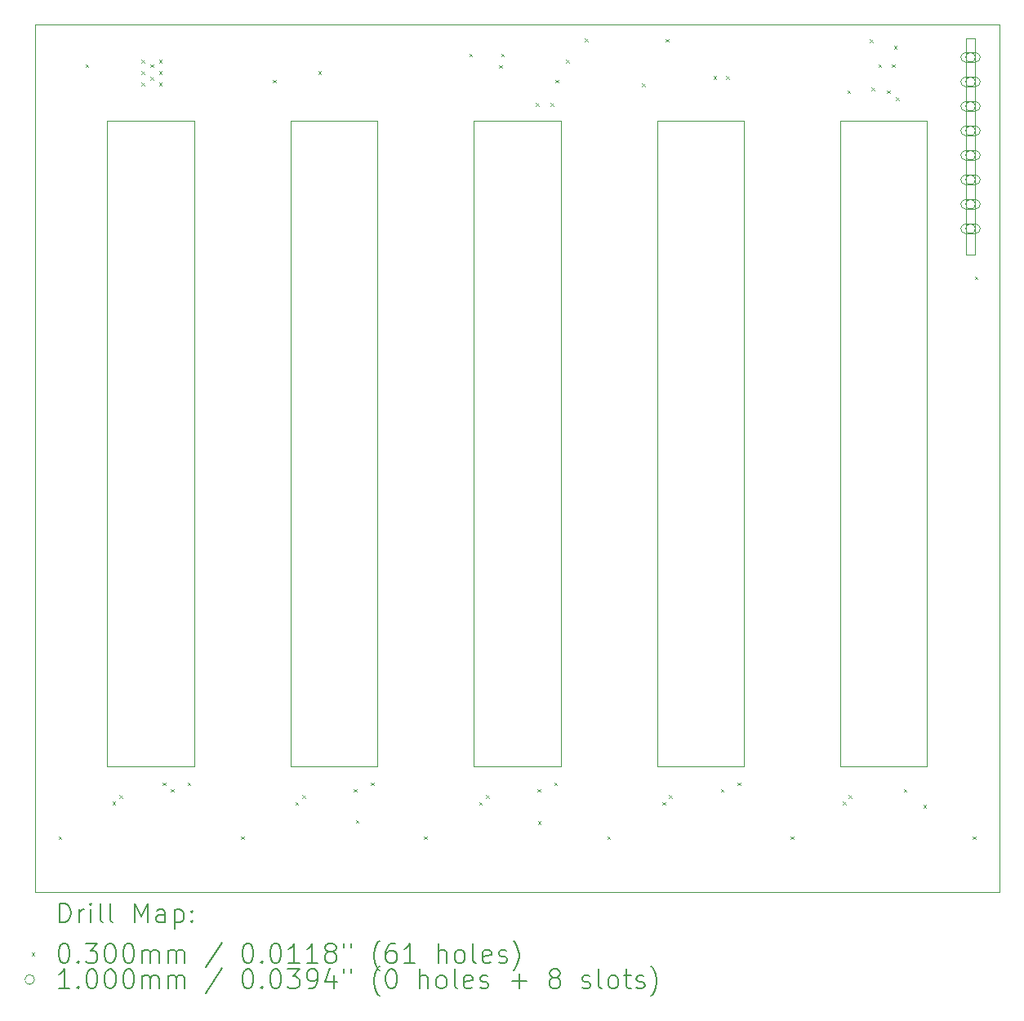
<source format=gbr>
%TF.GenerationSoftware,KiCad,Pcbnew,8.0.1*%
%TF.CreationDate,2024-03-23T17:44:24+03:00*%
%TF.ProjectId,AudMix,4175644d-6978-42e6-9b69-6361645f7063,rev?*%
%TF.SameCoordinates,Original*%
%TF.FileFunction,Drillmap*%
%TF.FilePolarity,Positive*%
%FSLAX45Y45*%
G04 Gerber Fmt 4.5, Leading zero omitted, Abs format (unit mm)*
G04 Created by KiCad (PCBNEW 8.0.1) date 2024-03-23 17:44:24*
%MOMM*%
%LPD*%
G01*
G04 APERTURE LIST*
%ADD10C,0.100000*%
%ADD11C,0.050000*%
%ADD12C,0.200000*%
G04 APERTURE END LIST*
D10*
X13350000Y-6000000D02*
X14250000Y-6000000D01*
X14250000Y-12700000D01*
X13350000Y-12700000D01*
X13350000Y-6000000D01*
X9550000Y-6000000D02*
X10450000Y-6000000D01*
X10450000Y-12700000D01*
X9550000Y-12700000D01*
X9550000Y-6000000D01*
X5750000Y-6000000D02*
X6650000Y-6000000D01*
X6650000Y-12700000D01*
X5750000Y-12700000D01*
X5750000Y-6000000D01*
X11450000Y-6000000D02*
X12350000Y-6000000D01*
X12350000Y-12700000D01*
X11450000Y-12700000D01*
X11450000Y-6000000D01*
X5000000Y-5000000D02*
X15000000Y-5000000D01*
X15000000Y-14000000D01*
X5000000Y-14000000D01*
X5000000Y-5000000D01*
X7650000Y-6000000D02*
X8550000Y-6000000D01*
X8550000Y-12700000D01*
X7650000Y-12700000D01*
X7650000Y-6000000D01*
D11*
X14750000Y-5142000D02*
X14650000Y-5142000D01*
X14650000Y-7392000D01*
X14750000Y-7392000D01*
X14750000Y-5142000D01*
D12*
D10*
X5245000Y-13425000D02*
X5275000Y-13455000D01*
X5275000Y-13425000D02*
X5245000Y-13455000D01*
X5525000Y-5415000D02*
X5555000Y-5445000D01*
X5555000Y-5415000D02*
X5525000Y-5445000D01*
X5805000Y-13065000D02*
X5835000Y-13095000D01*
X5835000Y-13065000D02*
X5805000Y-13095000D01*
X5875000Y-12996000D02*
X5905000Y-13026000D01*
X5905000Y-12996000D02*
X5875000Y-13026000D01*
X6105000Y-5365000D02*
X6135000Y-5395000D01*
X6135000Y-5365000D02*
X6105000Y-5395000D01*
X6105000Y-5485000D02*
X6135000Y-5515000D01*
X6135000Y-5485000D02*
X6105000Y-5515000D01*
X6105000Y-5605000D02*
X6135000Y-5635000D01*
X6135000Y-5605000D02*
X6105000Y-5635000D01*
X6195000Y-5415000D02*
X6225000Y-5445000D01*
X6225000Y-5415000D02*
X6195000Y-5445000D01*
X6195000Y-5545000D02*
X6225000Y-5575000D01*
X6225000Y-5545000D02*
X6195000Y-5575000D01*
X6285000Y-5365000D02*
X6315000Y-5395000D01*
X6315000Y-5365000D02*
X6285000Y-5395000D01*
X6285000Y-5485000D02*
X6315000Y-5515000D01*
X6315000Y-5485000D02*
X6285000Y-5515000D01*
X6285000Y-5605000D02*
X6315000Y-5635000D01*
X6315000Y-5605000D02*
X6285000Y-5635000D01*
X6325000Y-12865000D02*
X6355000Y-12895000D01*
X6355000Y-12865000D02*
X6325000Y-12895000D01*
X6409000Y-12932000D02*
X6439000Y-12962000D01*
X6439000Y-12932000D02*
X6409000Y-12962000D01*
X6582500Y-12863750D02*
X6612500Y-12893750D01*
X6612500Y-12863750D02*
X6582500Y-12893750D01*
X7135000Y-13425000D02*
X7165000Y-13455000D01*
X7165000Y-13425000D02*
X7135000Y-13455000D01*
X7465000Y-5575000D02*
X7495000Y-5605000D01*
X7495000Y-5575000D02*
X7465000Y-5605000D01*
X7701250Y-13066250D02*
X7731250Y-13096250D01*
X7731250Y-13066250D02*
X7701250Y-13096250D01*
X7771250Y-12997250D02*
X7801250Y-13027250D01*
X7801250Y-12997250D02*
X7771250Y-13027250D01*
X7935000Y-5485000D02*
X7965000Y-5515000D01*
X7965000Y-5485000D02*
X7935000Y-5515000D01*
X8305250Y-12933250D02*
X8335250Y-12963250D01*
X8335250Y-12933250D02*
X8305250Y-12963250D01*
X8325000Y-13255000D02*
X8355000Y-13285000D01*
X8355000Y-13255000D02*
X8325000Y-13285000D01*
X8482500Y-12865000D02*
X8512500Y-12895000D01*
X8512500Y-12865000D02*
X8482500Y-12895000D01*
X9035000Y-13425000D02*
X9065000Y-13455000D01*
X9065000Y-13425000D02*
X9035000Y-13455000D01*
X9505000Y-5305000D02*
X9535000Y-5335000D01*
X9535000Y-5305000D02*
X9505000Y-5335000D01*
X9605000Y-13066250D02*
X9635000Y-13096250D01*
X9635000Y-13066250D02*
X9605000Y-13096250D01*
X9675000Y-12997250D02*
X9705000Y-13027250D01*
X9705000Y-12997250D02*
X9675000Y-13027250D01*
X9810503Y-5420503D02*
X9840503Y-5450503D01*
X9840503Y-5420503D02*
X9810503Y-5450503D01*
X9835000Y-5305000D02*
X9865000Y-5335000D01*
X9865000Y-5305000D02*
X9835000Y-5335000D01*
X10195000Y-5815000D02*
X10225000Y-5845000D01*
X10225000Y-5815000D02*
X10195000Y-5845000D01*
X10209000Y-12933250D02*
X10239000Y-12963250D01*
X10239000Y-12933250D02*
X10209000Y-12963250D01*
X10215000Y-13265000D02*
X10245000Y-13295000D01*
X10245000Y-13265000D02*
X10215000Y-13295000D01*
X10345000Y-5815000D02*
X10375000Y-5845000D01*
X10375000Y-5815000D02*
X10345000Y-5845000D01*
X10385000Y-12865000D02*
X10415000Y-12895000D01*
X10415000Y-12865000D02*
X10385000Y-12895000D01*
X10395000Y-5575000D02*
X10425000Y-5605000D01*
X10425000Y-5575000D02*
X10395000Y-5605000D01*
X10505000Y-5365000D02*
X10535000Y-5395000D01*
X10535000Y-5365000D02*
X10505000Y-5395000D01*
X10700000Y-5145000D02*
X10730000Y-5175000D01*
X10730000Y-5145000D02*
X10700000Y-5175000D01*
X10935000Y-13425000D02*
X10965000Y-13455000D01*
X10965000Y-13425000D02*
X10935000Y-13455000D01*
X11295000Y-5615000D02*
X11325000Y-5645000D01*
X11325000Y-5615000D02*
X11295000Y-5645000D01*
X11505000Y-13066250D02*
X11535000Y-13096250D01*
X11535000Y-13066250D02*
X11505000Y-13096250D01*
X11540000Y-5150000D02*
X11570000Y-5180000D01*
X11570000Y-5150000D02*
X11540000Y-5180000D01*
X11575000Y-12997250D02*
X11605000Y-13027250D01*
X11605000Y-12997250D02*
X11575000Y-13027250D01*
X12035000Y-5535000D02*
X12065000Y-5565000D01*
X12065000Y-5535000D02*
X12035000Y-5565000D01*
X12109000Y-12933250D02*
X12139000Y-12963250D01*
X12139000Y-12933250D02*
X12109000Y-12963250D01*
X12165000Y-5535000D02*
X12195000Y-5565000D01*
X12195000Y-5535000D02*
X12165000Y-5565000D01*
X12282500Y-12865000D02*
X12312500Y-12895000D01*
X12312500Y-12865000D02*
X12282500Y-12895000D01*
X12835000Y-13425000D02*
X12865000Y-13455000D01*
X12865000Y-13425000D02*
X12835000Y-13455000D01*
X13375000Y-13065000D02*
X13405000Y-13095000D01*
X13405000Y-13065000D02*
X13375000Y-13095000D01*
X13425000Y-5685000D02*
X13455000Y-5715000D01*
X13455000Y-5685000D02*
X13425000Y-5715000D01*
X13435000Y-12997250D02*
X13465000Y-13027250D01*
X13465000Y-12997250D02*
X13435000Y-13027250D01*
X13655000Y-5155000D02*
X13685000Y-5185000D01*
X13685000Y-5155000D02*
X13655000Y-5185000D01*
X13675000Y-5655000D02*
X13705000Y-5685000D01*
X13705000Y-5655000D02*
X13675000Y-5685000D01*
X13745000Y-5415000D02*
X13775000Y-5445000D01*
X13775000Y-5415000D02*
X13745000Y-5445000D01*
X13835000Y-5685000D02*
X13865000Y-5715000D01*
X13865000Y-5685000D02*
X13835000Y-5715000D01*
X13885000Y-5415000D02*
X13915000Y-5445000D01*
X13915000Y-5415000D02*
X13885000Y-5445000D01*
X13905000Y-5225000D02*
X13935000Y-5255000D01*
X13935000Y-5225000D02*
X13905000Y-5255000D01*
X13925000Y-5755000D02*
X13955000Y-5785000D01*
X13955000Y-5755000D02*
X13925000Y-5785000D01*
X14009000Y-12932000D02*
X14039000Y-12962000D01*
X14039000Y-12932000D02*
X14009000Y-12962000D01*
X14211875Y-13098125D02*
X14241875Y-13128125D01*
X14241875Y-13098125D02*
X14211875Y-13128125D01*
X14725000Y-13425000D02*
X14755000Y-13455000D01*
X14755000Y-13425000D02*
X14725000Y-13455000D01*
X14745000Y-7615000D02*
X14775000Y-7645000D01*
X14775000Y-7615000D02*
X14745000Y-7645000D01*
X14750000Y-5342000D02*
G75*
G02*
X14650000Y-5342000I-50000J0D01*
G01*
X14650000Y-5342000D02*
G75*
G02*
X14750000Y-5342000I50000J0D01*
G01*
X14750000Y-5292000D02*
X14650000Y-5292000D01*
X14650000Y-5392000D02*
G75*
G02*
X14650000Y-5292000I0J50000D01*
G01*
X14650000Y-5392000D02*
X14750000Y-5392000D01*
X14750000Y-5392000D02*
G75*
G03*
X14750000Y-5292000I0J50000D01*
G01*
X14750000Y-5596000D02*
G75*
G02*
X14650000Y-5596000I-50000J0D01*
G01*
X14650000Y-5596000D02*
G75*
G02*
X14750000Y-5596000I50000J0D01*
G01*
X14750000Y-5546000D02*
X14650000Y-5546000D01*
X14650000Y-5646000D02*
G75*
G02*
X14650000Y-5546000I0J50000D01*
G01*
X14650000Y-5646000D02*
X14750000Y-5646000D01*
X14750000Y-5646000D02*
G75*
G03*
X14750000Y-5546000I0J50000D01*
G01*
X14750000Y-5850000D02*
G75*
G02*
X14650000Y-5850000I-50000J0D01*
G01*
X14650000Y-5850000D02*
G75*
G02*
X14750000Y-5850000I50000J0D01*
G01*
X14750000Y-5800000D02*
X14650000Y-5800000D01*
X14650000Y-5900000D02*
G75*
G02*
X14650000Y-5800000I0J50000D01*
G01*
X14650000Y-5900000D02*
X14750000Y-5900000D01*
X14750000Y-5900000D02*
G75*
G03*
X14750000Y-5800000I0J50000D01*
G01*
X14750000Y-6104000D02*
G75*
G02*
X14650000Y-6104000I-50000J0D01*
G01*
X14650000Y-6104000D02*
G75*
G02*
X14750000Y-6104000I50000J0D01*
G01*
X14750000Y-6054000D02*
X14650000Y-6054000D01*
X14650000Y-6154000D02*
G75*
G02*
X14650000Y-6054000I0J50000D01*
G01*
X14650000Y-6154000D02*
X14750000Y-6154000D01*
X14750000Y-6154000D02*
G75*
G03*
X14750000Y-6054000I0J50000D01*
G01*
X14750000Y-6358000D02*
G75*
G02*
X14650000Y-6358000I-50000J0D01*
G01*
X14650000Y-6358000D02*
G75*
G02*
X14750000Y-6358000I50000J0D01*
G01*
X14750000Y-6308000D02*
X14650000Y-6308000D01*
X14650000Y-6408000D02*
G75*
G02*
X14650000Y-6308000I0J50000D01*
G01*
X14650000Y-6408000D02*
X14750000Y-6408000D01*
X14750000Y-6408000D02*
G75*
G03*
X14750000Y-6308000I0J50000D01*
G01*
X14750000Y-6612000D02*
G75*
G02*
X14650000Y-6612000I-50000J0D01*
G01*
X14650000Y-6612000D02*
G75*
G02*
X14750000Y-6612000I50000J0D01*
G01*
X14750000Y-6562000D02*
X14650000Y-6562000D01*
X14650000Y-6662000D02*
G75*
G02*
X14650000Y-6562000I0J50000D01*
G01*
X14650000Y-6662000D02*
X14750000Y-6662000D01*
X14750000Y-6662000D02*
G75*
G03*
X14750000Y-6562000I0J50000D01*
G01*
X14750000Y-6866000D02*
G75*
G02*
X14650000Y-6866000I-50000J0D01*
G01*
X14650000Y-6866000D02*
G75*
G02*
X14750000Y-6866000I50000J0D01*
G01*
X14750000Y-6816000D02*
X14650000Y-6816000D01*
X14650000Y-6916000D02*
G75*
G02*
X14650000Y-6816000I0J50000D01*
G01*
X14650000Y-6916000D02*
X14750000Y-6916000D01*
X14750000Y-6916000D02*
G75*
G03*
X14750000Y-6816000I0J50000D01*
G01*
X14750000Y-7120000D02*
G75*
G02*
X14650000Y-7120000I-50000J0D01*
G01*
X14650000Y-7120000D02*
G75*
G02*
X14750000Y-7120000I50000J0D01*
G01*
X14750000Y-7070000D02*
X14650000Y-7070000D01*
X14650000Y-7170000D02*
G75*
G02*
X14650000Y-7070000I0J50000D01*
G01*
X14650000Y-7170000D02*
X14750000Y-7170000D01*
X14750000Y-7170000D02*
G75*
G03*
X14750000Y-7070000I0J50000D01*
G01*
D12*
X5255777Y-14316484D02*
X5255777Y-14116484D01*
X5255777Y-14116484D02*
X5303396Y-14116484D01*
X5303396Y-14116484D02*
X5331967Y-14126008D01*
X5331967Y-14126008D02*
X5351015Y-14145055D01*
X5351015Y-14145055D02*
X5360539Y-14164103D01*
X5360539Y-14164103D02*
X5370063Y-14202198D01*
X5370063Y-14202198D02*
X5370063Y-14230769D01*
X5370063Y-14230769D02*
X5360539Y-14268865D01*
X5360539Y-14268865D02*
X5351015Y-14287912D01*
X5351015Y-14287912D02*
X5331967Y-14306960D01*
X5331967Y-14306960D02*
X5303396Y-14316484D01*
X5303396Y-14316484D02*
X5255777Y-14316484D01*
X5455777Y-14316484D02*
X5455777Y-14183150D01*
X5455777Y-14221246D02*
X5465301Y-14202198D01*
X5465301Y-14202198D02*
X5474824Y-14192674D01*
X5474824Y-14192674D02*
X5493872Y-14183150D01*
X5493872Y-14183150D02*
X5512920Y-14183150D01*
X5579586Y-14316484D02*
X5579586Y-14183150D01*
X5579586Y-14116484D02*
X5570063Y-14126008D01*
X5570063Y-14126008D02*
X5579586Y-14135531D01*
X5579586Y-14135531D02*
X5589110Y-14126008D01*
X5589110Y-14126008D02*
X5579586Y-14116484D01*
X5579586Y-14116484D02*
X5579586Y-14135531D01*
X5703396Y-14316484D02*
X5684348Y-14306960D01*
X5684348Y-14306960D02*
X5674824Y-14287912D01*
X5674824Y-14287912D02*
X5674824Y-14116484D01*
X5808158Y-14316484D02*
X5789110Y-14306960D01*
X5789110Y-14306960D02*
X5779586Y-14287912D01*
X5779586Y-14287912D02*
X5779586Y-14116484D01*
X6036729Y-14316484D02*
X6036729Y-14116484D01*
X6036729Y-14116484D02*
X6103396Y-14259341D01*
X6103396Y-14259341D02*
X6170062Y-14116484D01*
X6170062Y-14116484D02*
X6170062Y-14316484D01*
X6351015Y-14316484D02*
X6351015Y-14211722D01*
X6351015Y-14211722D02*
X6341491Y-14192674D01*
X6341491Y-14192674D02*
X6322443Y-14183150D01*
X6322443Y-14183150D02*
X6284348Y-14183150D01*
X6284348Y-14183150D02*
X6265301Y-14192674D01*
X6351015Y-14306960D02*
X6331967Y-14316484D01*
X6331967Y-14316484D02*
X6284348Y-14316484D01*
X6284348Y-14316484D02*
X6265301Y-14306960D01*
X6265301Y-14306960D02*
X6255777Y-14287912D01*
X6255777Y-14287912D02*
X6255777Y-14268865D01*
X6255777Y-14268865D02*
X6265301Y-14249817D01*
X6265301Y-14249817D02*
X6284348Y-14240293D01*
X6284348Y-14240293D02*
X6331967Y-14240293D01*
X6331967Y-14240293D02*
X6351015Y-14230769D01*
X6446253Y-14183150D02*
X6446253Y-14383150D01*
X6446253Y-14192674D02*
X6465301Y-14183150D01*
X6465301Y-14183150D02*
X6503396Y-14183150D01*
X6503396Y-14183150D02*
X6522443Y-14192674D01*
X6522443Y-14192674D02*
X6531967Y-14202198D01*
X6531967Y-14202198D02*
X6541491Y-14221246D01*
X6541491Y-14221246D02*
X6541491Y-14278388D01*
X6541491Y-14278388D02*
X6531967Y-14297436D01*
X6531967Y-14297436D02*
X6522443Y-14306960D01*
X6522443Y-14306960D02*
X6503396Y-14316484D01*
X6503396Y-14316484D02*
X6465301Y-14316484D01*
X6465301Y-14316484D02*
X6446253Y-14306960D01*
X6627205Y-14297436D02*
X6636729Y-14306960D01*
X6636729Y-14306960D02*
X6627205Y-14316484D01*
X6627205Y-14316484D02*
X6617682Y-14306960D01*
X6617682Y-14306960D02*
X6627205Y-14297436D01*
X6627205Y-14297436D02*
X6627205Y-14316484D01*
X6627205Y-14192674D02*
X6636729Y-14202198D01*
X6636729Y-14202198D02*
X6627205Y-14211722D01*
X6627205Y-14211722D02*
X6617682Y-14202198D01*
X6617682Y-14202198D02*
X6627205Y-14192674D01*
X6627205Y-14192674D02*
X6627205Y-14211722D01*
D10*
X4965000Y-14630000D02*
X4995000Y-14660000D01*
X4995000Y-14630000D02*
X4965000Y-14660000D01*
D12*
X5293872Y-14536484D02*
X5312920Y-14536484D01*
X5312920Y-14536484D02*
X5331967Y-14546008D01*
X5331967Y-14546008D02*
X5341491Y-14555531D01*
X5341491Y-14555531D02*
X5351015Y-14574579D01*
X5351015Y-14574579D02*
X5360539Y-14612674D01*
X5360539Y-14612674D02*
X5360539Y-14660293D01*
X5360539Y-14660293D02*
X5351015Y-14698388D01*
X5351015Y-14698388D02*
X5341491Y-14717436D01*
X5341491Y-14717436D02*
X5331967Y-14726960D01*
X5331967Y-14726960D02*
X5312920Y-14736484D01*
X5312920Y-14736484D02*
X5293872Y-14736484D01*
X5293872Y-14736484D02*
X5274824Y-14726960D01*
X5274824Y-14726960D02*
X5265301Y-14717436D01*
X5265301Y-14717436D02*
X5255777Y-14698388D01*
X5255777Y-14698388D02*
X5246253Y-14660293D01*
X5246253Y-14660293D02*
X5246253Y-14612674D01*
X5246253Y-14612674D02*
X5255777Y-14574579D01*
X5255777Y-14574579D02*
X5265301Y-14555531D01*
X5265301Y-14555531D02*
X5274824Y-14546008D01*
X5274824Y-14546008D02*
X5293872Y-14536484D01*
X5446253Y-14717436D02*
X5455777Y-14726960D01*
X5455777Y-14726960D02*
X5446253Y-14736484D01*
X5446253Y-14736484D02*
X5436729Y-14726960D01*
X5436729Y-14726960D02*
X5446253Y-14717436D01*
X5446253Y-14717436D02*
X5446253Y-14736484D01*
X5522444Y-14536484D02*
X5646253Y-14536484D01*
X5646253Y-14536484D02*
X5579586Y-14612674D01*
X5579586Y-14612674D02*
X5608158Y-14612674D01*
X5608158Y-14612674D02*
X5627205Y-14622198D01*
X5627205Y-14622198D02*
X5636729Y-14631722D01*
X5636729Y-14631722D02*
X5646253Y-14650769D01*
X5646253Y-14650769D02*
X5646253Y-14698388D01*
X5646253Y-14698388D02*
X5636729Y-14717436D01*
X5636729Y-14717436D02*
X5627205Y-14726960D01*
X5627205Y-14726960D02*
X5608158Y-14736484D01*
X5608158Y-14736484D02*
X5551015Y-14736484D01*
X5551015Y-14736484D02*
X5531967Y-14726960D01*
X5531967Y-14726960D02*
X5522444Y-14717436D01*
X5770062Y-14536484D02*
X5789110Y-14536484D01*
X5789110Y-14536484D02*
X5808158Y-14546008D01*
X5808158Y-14546008D02*
X5817682Y-14555531D01*
X5817682Y-14555531D02*
X5827205Y-14574579D01*
X5827205Y-14574579D02*
X5836729Y-14612674D01*
X5836729Y-14612674D02*
X5836729Y-14660293D01*
X5836729Y-14660293D02*
X5827205Y-14698388D01*
X5827205Y-14698388D02*
X5817682Y-14717436D01*
X5817682Y-14717436D02*
X5808158Y-14726960D01*
X5808158Y-14726960D02*
X5789110Y-14736484D01*
X5789110Y-14736484D02*
X5770062Y-14736484D01*
X5770062Y-14736484D02*
X5751015Y-14726960D01*
X5751015Y-14726960D02*
X5741491Y-14717436D01*
X5741491Y-14717436D02*
X5731967Y-14698388D01*
X5731967Y-14698388D02*
X5722443Y-14660293D01*
X5722443Y-14660293D02*
X5722443Y-14612674D01*
X5722443Y-14612674D02*
X5731967Y-14574579D01*
X5731967Y-14574579D02*
X5741491Y-14555531D01*
X5741491Y-14555531D02*
X5751015Y-14546008D01*
X5751015Y-14546008D02*
X5770062Y-14536484D01*
X5960539Y-14536484D02*
X5979586Y-14536484D01*
X5979586Y-14536484D02*
X5998634Y-14546008D01*
X5998634Y-14546008D02*
X6008158Y-14555531D01*
X6008158Y-14555531D02*
X6017682Y-14574579D01*
X6017682Y-14574579D02*
X6027205Y-14612674D01*
X6027205Y-14612674D02*
X6027205Y-14660293D01*
X6027205Y-14660293D02*
X6017682Y-14698388D01*
X6017682Y-14698388D02*
X6008158Y-14717436D01*
X6008158Y-14717436D02*
X5998634Y-14726960D01*
X5998634Y-14726960D02*
X5979586Y-14736484D01*
X5979586Y-14736484D02*
X5960539Y-14736484D01*
X5960539Y-14736484D02*
X5941491Y-14726960D01*
X5941491Y-14726960D02*
X5931967Y-14717436D01*
X5931967Y-14717436D02*
X5922443Y-14698388D01*
X5922443Y-14698388D02*
X5912920Y-14660293D01*
X5912920Y-14660293D02*
X5912920Y-14612674D01*
X5912920Y-14612674D02*
X5922443Y-14574579D01*
X5922443Y-14574579D02*
X5931967Y-14555531D01*
X5931967Y-14555531D02*
X5941491Y-14546008D01*
X5941491Y-14546008D02*
X5960539Y-14536484D01*
X6112920Y-14736484D02*
X6112920Y-14603150D01*
X6112920Y-14622198D02*
X6122443Y-14612674D01*
X6122443Y-14612674D02*
X6141491Y-14603150D01*
X6141491Y-14603150D02*
X6170063Y-14603150D01*
X6170063Y-14603150D02*
X6189110Y-14612674D01*
X6189110Y-14612674D02*
X6198634Y-14631722D01*
X6198634Y-14631722D02*
X6198634Y-14736484D01*
X6198634Y-14631722D02*
X6208158Y-14612674D01*
X6208158Y-14612674D02*
X6227205Y-14603150D01*
X6227205Y-14603150D02*
X6255777Y-14603150D01*
X6255777Y-14603150D02*
X6274824Y-14612674D01*
X6274824Y-14612674D02*
X6284348Y-14631722D01*
X6284348Y-14631722D02*
X6284348Y-14736484D01*
X6379586Y-14736484D02*
X6379586Y-14603150D01*
X6379586Y-14622198D02*
X6389110Y-14612674D01*
X6389110Y-14612674D02*
X6408158Y-14603150D01*
X6408158Y-14603150D02*
X6436729Y-14603150D01*
X6436729Y-14603150D02*
X6455777Y-14612674D01*
X6455777Y-14612674D02*
X6465301Y-14631722D01*
X6465301Y-14631722D02*
X6465301Y-14736484D01*
X6465301Y-14631722D02*
X6474824Y-14612674D01*
X6474824Y-14612674D02*
X6493872Y-14603150D01*
X6493872Y-14603150D02*
X6522443Y-14603150D01*
X6522443Y-14603150D02*
X6541491Y-14612674D01*
X6541491Y-14612674D02*
X6551015Y-14631722D01*
X6551015Y-14631722D02*
X6551015Y-14736484D01*
X6941491Y-14526960D02*
X6770063Y-14784103D01*
X7198634Y-14536484D02*
X7217682Y-14536484D01*
X7217682Y-14536484D02*
X7236729Y-14546008D01*
X7236729Y-14546008D02*
X7246253Y-14555531D01*
X7246253Y-14555531D02*
X7255777Y-14574579D01*
X7255777Y-14574579D02*
X7265301Y-14612674D01*
X7265301Y-14612674D02*
X7265301Y-14660293D01*
X7265301Y-14660293D02*
X7255777Y-14698388D01*
X7255777Y-14698388D02*
X7246253Y-14717436D01*
X7246253Y-14717436D02*
X7236729Y-14726960D01*
X7236729Y-14726960D02*
X7217682Y-14736484D01*
X7217682Y-14736484D02*
X7198634Y-14736484D01*
X7198634Y-14736484D02*
X7179586Y-14726960D01*
X7179586Y-14726960D02*
X7170063Y-14717436D01*
X7170063Y-14717436D02*
X7160539Y-14698388D01*
X7160539Y-14698388D02*
X7151015Y-14660293D01*
X7151015Y-14660293D02*
X7151015Y-14612674D01*
X7151015Y-14612674D02*
X7160539Y-14574579D01*
X7160539Y-14574579D02*
X7170063Y-14555531D01*
X7170063Y-14555531D02*
X7179586Y-14546008D01*
X7179586Y-14546008D02*
X7198634Y-14536484D01*
X7351015Y-14717436D02*
X7360539Y-14726960D01*
X7360539Y-14726960D02*
X7351015Y-14736484D01*
X7351015Y-14736484D02*
X7341491Y-14726960D01*
X7341491Y-14726960D02*
X7351015Y-14717436D01*
X7351015Y-14717436D02*
X7351015Y-14736484D01*
X7484348Y-14536484D02*
X7503396Y-14536484D01*
X7503396Y-14536484D02*
X7522444Y-14546008D01*
X7522444Y-14546008D02*
X7531967Y-14555531D01*
X7531967Y-14555531D02*
X7541491Y-14574579D01*
X7541491Y-14574579D02*
X7551015Y-14612674D01*
X7551015Y-14612674D02*
X7551015Y-14660293D01*
X7551015Y-14660293D02*
X7541491Y-14698388D01*
X7541491Y-14698388D02*
X7531967Y-14717436D01*
X7531967Y-14717436D02*
X7522444Y-14726960D01*
X7522444Y-14726960D02*
X7503396Y-14736484D01*
X7503396Y-14736484D02*
X7484348Y-14736484D01*
X7484348Y-14736484D02*
X7465301Y-14726960D01*
X7465301Y-14726960D02*
X7455777Y-14717436D01*
X7455777Y-14717436D02*
X7446253Y-14698388D01*
X7446253Y-14698388D02*
X7436729Y-14660293D01*
X7436729Y-14660293D02*
X7436729Y-14612674D01*
X7436729Y-14612674D02*
X7446253Y-14574579D01*
X7446253Y-14574579D02*
X7455777Y-14555531D01*
X7455777Y-14555531D02*
X7465301Y-14546008D01*
X7465301Y-14546008D02*
X7484348Y-14536484D01*
X7741491Y-14736484D02*
X7627206Y-14736484D01*
X7684348Y-14736484D02*
X7684348Y-14536484D01*
X7684348Y-14536484D02*
X7665301Y-14565055D01*
X7665301Y-14565055D02*
X7646253Y-14584103D01*
X7646253Y-14584103D02*
X7627206Y-14593627D01*
X7931967Y-14736484D02*
X7817682Y-14736484D01*
X7874825Y-14736484D02*
X7874825Y-14536484D01*
X7874825Y-14536484D02*
X7855777Y-14565055D01*
X7855777Y-14565055D02*
X7836729Y-14584103D01*
X7836729Y-14584103D02*
X7817682Y-14593627D01*
X8046253Y-14622198D02*
X8027206Y-14612674D01*
X8027206Y-14612674D02*
X8017682Y-14603150D01*
X8017682Y-14603150D02*
X8008158Y-14584103D01*
X8008158Y-14584103D02*
X8008158Y-14574579D01*
X8008158Y-14574579D02*
X8017682Y-14555531D01*
X8017682Y-14555531D02*
X8027206Y-14546008D01*
X8027206Y-14546008D02*
X8046253Y-14536484D01*
X8046253Y-14536484D02*
X8084348Y-14536484D01*
X8084348Y-14536484D02*
X8103396Y-14546008D01*
X8103396Y-14546008D02*
X8112920Y-14555531D01*
X8112920Y-14555531D02*
X8122444Y-14574579D01*
X8122444Y-14574579D02*
X8122444Y-14584103D01*
X8122444Y-14584103D02*
X8112920Y-14603150D01*
X8112920Y-14603150D02*
X8103396Y-14612674D01*
X8103396Y-14612674D02*
X8084348Y-14622198D01*
X8084348Y-14622198D02*
X8046253Y-14622198D01*
X8046253Y-14622198D02*
X8027206Y-14631722D01*
X8027206Y-14631722D02*
X8017682Y-14641246D01*
X8017682Y-14641246D02*
X8008158Y-14660293D01*
X8008158Y-14660293D02*
X8008158Y-14698388D01*
X8008158Y-14698388D02*
X8017682Y-14717436D01*
X8017682Y-14717436D02*
X8027206Y-14726960D01*
X8027206Y-14726960D02*
X8046253Y-14736484D01*
X8046253Y-14736484D02*
X8084348Y-14736484D01*
X8084348Y-14736484D02*
X8103396Y-14726960D01*
X8103396Y-14726960D02*
X8112920Y-14717436D01*
X8112920Y-14717436D02*
X8122444Y-14698388D01*
X8122444Y-14698388D02*
X8122444Y-14660293D01*
X8122444Y-14660293D02*
X8112920Y-14641246D01*
X8112920Y-14641246D02*
X8103396Y-14631722D01*
X8103396Y-14631722D02*
X8084348Y-14622198D01*
X8198634Y-14536484D02*
X8198634Y-14574579D01*
X8274825Y-14536484D02*
X8274825Y-14574579D01*
X8570063Y-14812674D02*
X8560539Y-14803150D01*
X8560539Y-14803150D02*
X8541491Y-14774579D01*
X8541491Y-14774579D02*
X8531968Y-14755531D01*
X8531968Y-14755531D02*
X8522444Y-14726960D01*
X8522444Y-14726960D02*
X8512920Y-14679341D01*
X8512920Y-14679341D02*
X8512920Y-14641246D01*
X8512920Y-14641246D02*
X8522444Y-14593627D01*
X8522444Y-14593627D02*
X8531968Y-14565055D01*
X8531968Y-14565055D02*
X8541491Y-14546008D01*
X8541491Y-14546008D02*
X8560539Y-14517436D01*
X8560539Y-14517436D02*
X8570063Y-14507912D01*
X8731968Y-14536484D02*
X8693872Y-14536484D01*
X8693872Y-14536484D02*
X8674825Y-14546008D01*
X8674825Y-14546008D02*
X8665301Y-14555531D01*
X8665301Y-14555531D02*
X8646253Y-14584103D01*
X8646253Y-14584103D02*
X8636730Y-14622198D01*
X8636730Y-14622198D02*
X8636730Y-14698388D01*
X8636730Y-14698388D02*
X8646253Y-14717436D01*
X8646253Y-14717436D02*
X8655777Y-14726960D01*
X8655777Y-14726960D02*
X8674825Y-14736484D01*
X8674825Y-14736484D02*
X8712920Y-14736484D01*
X8712920Y-14736484D02*
X8731968Y-14726960D01*
X8731968Y-14726960D02*
X8741491Y-14717436D01*
X8741491Y-14717436D02*
X8751015Y-14698388D01*
X8751015Y-14698388D02*
X8751015Y-14650769D01*
X8751015Y-14650769D02*
X8741491Y-14631722D01*
X8741491Y-14631722D02*
X8731968Y-14622198D01*
X8731968Y-14622198D02*
X8712920Y-14612674D01*
X8712920Y-14612674D02*
X8674825Y-14612674D01*
X8674825Y-14612674D02*
X8655777Y-14622198D01*
X8655777Y-14622198D02*
X8646253Y-14631722D01*
X8646253Y-14631722D02*
X8636730Y-14650769D01*
X8941491Y-14736484D02*
X8827206Y-14736484D01*
X8884349Y-14736484D02*
X8884349Y-14536484D01*
X8884349Y-14536484D02*
X8865301Y-14565055D01*
X8865301Y-14565055D02*
X8846253Y-14584103D01*
X8846253Y-14584103D02*
X8827206Y-14593627D01*
X9179587Y-14736484D02*
X9179587Y-14536484D01*
X9265301Y-14736484D02*
X9265301Y-14631722D01*
X9265301Y-14631722D02*
X9255777Y-14612674D01*
X9255777Y-14612674D02*
X9236730Y-14603150D01*
X9236730Y-14603150D02*
X9208158Y-14603150D01*
X9208158Y-14603150D02*
X9189111Y-14612674D01*
X9189111Y-14612674D02*
X9179587Y-14622198D01*
X9389111Y-14736484D02*
X9370063Y-14726960D01*
X9370063Y-14726960D02*
X9360539Y-14717436D01*
X9360539Y-14717436D02*
X9351015Y-14698388D01*
X9351015Y-14698388D02*
X9351015Y-14641246D01*
X9351015Y-14641246D02*
X9360539Y-14622198D01*
X9360539Y-14622198D02*
X9370063Y-14612674D01*
X9370063Y-14612674D02*
X9389111Y-14603150D01*
X9389111Y-14603150D02*
X9417682Y-14603150D01*
X9417682Y-14603150D02*
X9436730Y-14612674D01*
X9436730Y-14612674D02*
X9446253Y-14622198D01*
X9446253Y-14622198D02*
X9455777Y-14641246D01*
X9455777Y-14641246D02*
X9455777Y-14698388D01*
X9455777Y-14698388D02*
X9446253Y-14717436D01*
X9446253Y-14717436D02*
X9436730Y-14726960D01*
X9436730Y-14726960D02*
X9417682Y-14736484D01*
X9417682Y-14736484D02*
X9389111Y-14736484D01*
X9570063Y-14736484D02*
X9551015Y-14726960D01*
X9551015Y-14726960D02*
X9541492Y-14707912D01*
X9541492Y-14707912D02*
X9541492Y-14536484D01*
X9722444Y-14726960D02*
X9703396Y-14736484D01*
X9703396Y-14736484D02*
X9665301Y-14736484D01*
X9665301Y-14736484D02*
X9646253Y-14726960D01*
X9646253Y-14726960D02*
X9636730Y-14707912D01*
X9636730Y-14707912D02*
X9636730Y-14631722D01*
X9636730Y-14631722D02*
X9646253Y-14612674D01*
X9646253Y-14612674D02*
X9665301Y-14603150D01*
X9665301Y-14603150D02*
X9703396Y-14603150D01*
X9703396Y-14603150D02*
X9722444Y-14612674D01*
X9722444Y-14612674D02*
X9731968Y-14631722D01*
X9731968Y-14631722D02*
X9731968Y-14650769D01*
X9731968Y-14650769D02*
X9636730Y-14669817D01*
X9808158Y-14726960D02*
X9827206Y-14736484D01*
X9827206Y-14736484D02*
X9865301Y-14736484D01*
X9865301Y-14736484D02*
X9884349Y-14726960D01*
X9884349Y-14726960D02*
X9893873Y-14707912D01*
X9893873Y-14707912D02*
X9893873Y-14698388D01*
X9893873Y-14698388D02*
X9884349Y-14679341D01*
X9884349Y-14679341D02*
X9865301Y-14669817D01*
X9865301Y-14669817D02*
X9836730Y-14669817D01*
X9836730Y-14669817D02*
X9817682Y-14660293D01*
X9817682Y-14660293D02*
X9808158Y-14641246D01*
X9808158Y-14641246D02*
X9808158Y-14631722D01*
X9808158Y-14631722D02*
X9817682Y-14612674D01*
X9817682Y-14612674D02*
X9836730Y-14603150D01*
X9836730Y-14603150D02*
X9865301Y-14603150D01*
X9865301Y-14603150D02*
X9884349Y-14612674D01*
X9960539Y-14812674D02*
X9970063Y-14803150D01*
X9970063Y-14803150D02*
X9989111Y-14774579D01*
X9989111Y-14774579D02*
X9998634Y-14755531D01*
X9998634Y-14755531D02*
X10008158Y-14726960D01*
X10008158Y-14726960D02*
X10017682Y-14679341D01*
X10017682Y-14679341D02*
X10017682Y-14641246D01*
X10017682Y-14641246D02*
X10008158Y-14593627D01*
X10008158Y-14593627D02*
X9998634Y-14565055D01*
X9998634Y-14565055D02*
X9989111Y-14546008D01*
X9989111Y-14546008D02*
X9970063Y-14517436D01*
X9970063Y-14517436D02*
X9960539Y-14507912D01*
D10*
X4995000Y-14909000D02*
G75*
G02*
X4895000Y-14909000I-50000J0D01*
G01*
X4895000Y-14909000D02*
G75*
G02*
X4995000Y-14909000I50000J0D01*
G01*
D12*
X5360539Y-15000484D02*
X5246253Y-15000484D01*
X5303396Y-15000484D02*
X5303396Y-14800484D01*
X5303396Y-14800484D02*
X5284348Y-14829055D01*
X5284348Y-14829055D02*
X5265301Y-14848103D01*
X5265301Y-14848103D02*
X5246253Y-14857627D01*
X5446253Y-14981436D02*
X5455777Y-14990960D01*
X5455777Y-14990960D02*
X5446253Y-15000484D01*
X5446253Y-15000484D02*
X5436729Y-14990960D01*
X5436729Y-14990960D02*
X5446253Y-14981436D01*
X5446253Y-14981436D02*
X5446253Y-15000484D01*
X5579586Y-14800484D02*
X5598634Y-14800484D01*
X5598634Y-14800484D02*
X5617682Y-14810008D01*
X5617682Y-14810008D02*
X5627205Y-14819531D01*
X5627205Y-14819531D02*
X5636729Y-14838579D01*
X5636729Y-14838579D02*
X5646253Y-14876674D01*
X5646253Y-14876674D02*
X5646253Y-14924293D01*
X5646253Y-14924293D02*
X5636729Y-14962388D01*
X5636729Y-14962388D02*
X5627205Y-14981436D01*
X5627205Y-14981436D02*
X5617682Y-14990960D01*
X5617682Y-14990960D02*
X5598634Y-15000484D01*
X5598634Y-15000484D02*
X5579586Y-15000484D01*
X5579586Y-15000484D02*
X5560539Y-14990960D01*
X5560539Y-14990960D02*
X5551015Y-14981436D01*
X5551015Y-14981436D02*
X5541491Y-14962388D01*
X5541491Y-14962388D02*
X5531967Y-14924293D01*
X5531967Y-14924293D02*
X5531967Y-14876674D01*
X5531967Y-14876674D02*
X5541491Y-14838579D01*
X5541491Y-14838579D02*
X5551015Y-14819531D01*
X5551015Y-14819531D02*
X5560539Y-14810008D01*
X5560539Y-14810008D02*
X5579586Y-14800484D01*
X5770062Y-14800484D02*
X5789110Y-14800484D01*
X5789110Y-14800484D02*
X5808158Y-14810008D01*
X5808158Y-14810008D02*
X5817682Y-14819531D01*
X5817682Y-14819531D02*
X5827205Y-14838579D01*
X5827205Y-14838579D02*
X5836729Y-14876674D01*
X5836729Y-14876674D02*
X5836729Y-14924293D01*
X5836729Y-14924293D02*
X5827205Y-14962388D01*
X5827205Y-14962388D02*
X5817682Y-14981436D01*
X5817682Y-14981436D02*
X5808158Y-14990960D01*
X5808158Y-14990960D02*
X5789110Y-15000484D01*
X5789110Y-15000484D02*
X5770062Y-15000484D01*
X5770062Y-15000484D02*
X5751015Y-14990960D01*
X5751015Y-14990960D02*
X5741491Y-14981436D01*
X5741491Y-14981436D02*
X5731967Y-14962388D01*
X5731967Y-14962388D02*
X5722443Y-14924293D01*
X5722443Y-14924293D02*
X5722443Y-14876674D01*
X5722443Y-14876674D02*
X5731967Y-14838579D01*
X5731967Y-14838579D02*
X5741491Y-14819531D01*
X5741491Y-14819531D02*
X5751015Y-14810008D01*
X5751015Y-14810008D02*
X5770062Y-14800484D01*
X5960539Y-14800484D02*
X5979586Y-14800484D01*
X5979586Y-14800484D02*
X5998634Y-14810008D01*
X5998634Y-14810008D02*
X6008158Y-14819531D01*
X6008158Y-14819531D02*
X6017682Y-14838579D01*
X6017682Y-14838579D02*
X6027205Y-14876674D01*
X6027205Y-14876674D02*
X6027205Y-14924293D01*
X6027205Y-14924293D02*
X6017682Y-14962388D01*
X6017682Y-14962388D02*
X6008158Y-14981436D01*
X6008158Y-14981436D02*
X5998634Y-14990960D01*
X5998634Y-14990960D02*
X5979586Y-15000484D01*
X5979586Y-15000484D02*
X5960539Y-15000484D01*
X5960539Y-15000484D02*
X5941491Y-14990960D01*
X5941491Y-14990960D02*
X5931967Y-14981436D01*
X5931967Y-14981436D02*
X5922443Y-14962388D01*
X5922443Y-14962388D02*
X5912920Y-14924293D01*
X5912920Y-14924293D02*
X5912920Y-14876674D01*
X5912920Y-14876674D02*
X5922443Y-14838579D01*
X5922443Y-14838579D02*
X5931967Y-14819531D01*
X5931967Y-14819531D02*
X5941491Y-14810008D01*
X5941491Y-14810008D02*
X5960539Y-14800484D01*
X6112920Y-15000484D02*
X6112920Y-14867150D01*
X6112920Y-14886198D02*
X6122443Y-14876674D01*
X6122443Y-14876674D02*
X6141491Y-14867150D01*
X6141491Y-14867150D02*
X6170063Y-14867150D01*
X6170063Y-14867150D02*
X6189110Y-14876674D01*
X6189110Y-14876674D02*
X6198634Y-14895722D01*
X6198634Y-14895722D02*
X6198634Y-15000484D01*
X6198634Y-14895722D02*
X6208158Y-14876674D01*
X6208158Y-14876674D02*
X6227205Y-14867150D01*
X6227205Y-14867150D02*
X6255777Y-14867150D01*
X6255777Y-14867150D02*
X6274824Y-14876674D01*
X6274824Y-14876674D02*
X6284348Y-14895722D01*
X6284348Y-14895722D02*
X6284348Y-15000484D01*
X6379586Y-15000484D02*
X6379586Y-14867150D01*
X6379586Y-14886198D02*
X6389110Y-14876674D01*
X6389110Y-14876674D02*
X6408158Y-14867150D01*
X6408158Y-14867150D02*
X6436729Y-14867150D01*
X6436729Y-14867150D02*
X6455777Y-14876674D01*
X6455777Y-14876674D02*
X6465301Y-14895722D01*
X6465301Y-14895722D02*
X6465301Y-15000484D01*
X6465301Y-14895722D02*
X6474824Y-14876674D01*
X6474824Y-14876674D02*
X6493872Y-14867150D01*
X6493872Y-14867150D02*
X6522443Y-14867150D01*
X6522443Y-14867150D02*
X6541491Y-14876674D01*
X6541491Y-14876674D02*
X6551015Y-14895722D01*
X6551015Y-14895722D02*
X6551015Y-15000484D01*
X6941491Y-14790960D02*
X6770063Y-15048103D01*
X7198634Y-14800484D02*
X7217682Y-14800484D01*
X7217682Y-14800484D02*
X7236729Y-14810008D01*
X7236729Y-14810008D02*
X7246253Y-14819531D01*
X7246253Y-14819531D02*
X7255777Y-14838579D01*
X7255777Y-14838579D02*
X7265301Y-14876674D01*
X7265301Y-14876674D02*
X7265301Y-14924293D01*
X7265301Y-14924293D02*
X7255777Y-14962388D01*
X7255777Y-14962388D02*
X7246253Y-14981436D01*
X7246253Y-14981436D02*
X7236729Y-14990960D01*
X7236729Y-14990960D02*
X7217682Y-15000484D01*
X7217682Y-15000484D02*
X7198634Y-15000484D01*
X7198634Y-15000484D02*
X7179586Y-14990960D01*
X7179586Y-14990960D02*
X7170063Y-14981436D01*
X7170063Y-14981436D02*
X7160539Y-14962388D01*
X7160539Y-14962388D02*
X7151015Y-14924293D01*
X7151015Y-14924293D02*
X7151015Y-14876674D01*
X7151015Y-14876674D02*
X7160539Y-14838579D01*
X7160539Y-14838579D02*
X7170063Y-14819531D01*
X7170063Y-14819531D02*
X7179586Y-14810008D01*
X7179586Y-14810008D02*
X7198634Y-14800484D01*
X7351015Y-14981436D02*
X7360539Y-14990960D01*
X7360539Y-14990960D02*
X7351015Y-15000484D01*
X7351015Y-15000484D02*
X7341491Y-14990960D01*
X7341491Y-14990960D02*
X7351015Y-14981436D01*
X7351015Y-14981436D02*
X7351015Y-15000484D01*
X7484348Y-14800484D02*
X7503396Y-14800484D01*
X7503396Y-14800484D02*
X7522444Y-14810008D01*
X7522444Y-14810008D02*
X7531967Y-14819531D01*
X7531967Y-14819531D02*
X7541491Y-14838579D01*
X7541491Y-14838579D02*
X7551015Y-14876674D01*
X7551015Y-14876674D02*
X7551015Y-14924293D01*
X7551015Y-14924293D02*
X7541491Y-14962388D01*
X7541491Y-14962388D02*
X7531967Y-14981436D01*
X7531967Y-14981436D02*
X7522444Y-14990960D01*
X7522444Y-14990960D02*
X7503396Y-15000484D01*
X7503396Y-15000484D02*
X7484348Y-15000484D01*
X7484348Y-15000484D02*
X7465301Y-14990960D01*
X7465301Y-14990960D02*
X7455777Y-14981436D01*
X7455777Y-14981436D02*
X7446253Y-14962388D01*
X7446253Y-14962388D02*
X7436729Y-14924293D01*
X7436729Y-14924293D02*
X7436729Y-14876674D01*
X7436729Y-14876674D02*
X7446253Y-14838579D01*
X7446253Y-14838579D02*
X7455777Y-14819531D01*
X7455777Y-14819531D02*
X7465301Y-14810008D01*
X7465301Y-14810008D02*
X7484348Y-14800484D01*
X7617682Y-14800484D02*
X7741491Y-14800484D01*
X7741491Y-14800484D02*
X7674825Y-14876674D01*
X7674825Y-14876674D02*
X7703396Y-14876674D01*
X7703396Y-14876674D02*
X7722444Y-14886198D01*
X7722444Y-14886198D02*
X7731967Y-14895722D01*
X7731967Y-14895722D02*
X7741491Y-14914769D01*
X7741491Y-14914769D02*
X7741491Y-14962388D01*
X7741491Y-14962388D02*
X7731967Y-14981436D01*
X7731967Y-14981436D02*
X7722444Y-14990960D01*
X7722444Y-14990960D02*
X7703396Y-15000484D01*
X7703396Y-15000484D02*
X7646253Y-15000484D01*
X7646253Y-15000484D02*
X7627206Y-14990960D01*
X7627206Y-14990960D02*
X7617682Y-14981436D01*
X7836729Y-15000484D02*
X7874825Y-15000484D01*
X7874825Y-15000484D02*
X7893872Y-14990960D01*
X7893872Y-14990960D02*
X7903396Y-14981436D01*
X7903396Y-14981436D02*
X7922444Y-14952865D01*
X7922444Y-14952865D02*
X7931967Y-14914769D01*
X7931967Y-14914769D02*
X7931967Y-14838579D01*
X7931967Y-14838579D02*
X7922444Y-14819531D01*
X7922444Y-14819531D02*
X7912920Y-14810008D01*
X7912920Y-14810008D02*
X7893872Y-14800484D01*
X7893872Y-14800484D02*
X7855777Y-14800484D01*
X7855777Y-14800484D02*
X7836729Y-14810008D01*
X7836729Y-14810008D02*
X7827206Y-14819531D01*
X7827206Y-14819531D02*
X7817682Y-14838579D01*
X7817682Y-14838579D02*
X7817682Y-14886198D01*
X7817682Y-14886198D02*
X7827206Y-14905246D01*
X7827206Y-14905246D02*
X7836729Y-14914769D01*
X7836729Y-14914769D02*
X7855777Y-14924293D01*
X7855777Y-14924293D02*
X7893872Y-14924293D01*
X7893872Y-14924293D02*
X7912920Y-14914769D01*
X7912920Y-14914769D02*
X7922444Y-14905246D01*
X7922444Y-14905246D02*
X7931967Y-14886198D01*
X8103396Y-14867150D02*
X8103396Y-15000484D01*
X8055777Y-14790960D02*
X8008158Y-14933817D01*
X8008158Y-14933817D02*
X8131967Y-14933817D01*
X8198634Y-14800484D02*
X8198634Y-14838579D01*
X8274825Y-14800484D02*
X8274825Y-14838579D01*
X8570063Y-15076674D02*
X8560539Y-15067150D01*
X8560539Y-15067150D02*
X8541491Y-15038579D01*
X8541491Y-15038579D02*
X8531968Y-15019531D01*
X8531968Y-15019531D02*
X8522444Y-14990960D01*
X8522444Y-14990960D02*
X8512920Y-14943341D01*
X8512920Y-14943341D02*
X8512920Y-14905246D01*
X8512920Y-14905246D02*
X8522444Y-14857627D01*
X8522444Y-14857627D02*
X8531968Y-14829055D01*
X8531968Y-14829055D02*
X8541491Y-14810008D01*
X8541491Y-14810008D02*
X8560539Y-14781436D01*
X8560539Y-14781436D02*
X8570063Y-14771912D01*
X8684349Y-14800484D02*
X8703396Y-14800484D01*
X8703396Y-14800484D02*
X8722444Y-14810008D01*
X8722444Y-14810008D02*
X8731968Y-14819531D01*
X8731968Y-14819531D02*
X8741491Y-14838579D01*
X8741491Y-14838579D02*
X8751015Y-14876674D01*
X8751015Y-14876674D02*
X8751015Y-14924293D01*
X8751015Y-14924293D02*
X8741491Y-14962388D01*
X8741491Y-14962388D02*
X8731968Y-14981436D01*
X8731968Y-14981436D02*
X8722444Y-14990960D01*
X8722444Y-14990960D02*
X8703396Y-15000484D01*
X8703396Y-15000484D02*
X8684349Y-15000484D01*
X8684349Y-15000484D02*
X8665301Y-14990960D01*
X8665301Y-14990960D02*
X8655777Y-14981436D01*
X8655777Y-14981436D02*
X8646253Y-14962388D01*
X8646253Y-14962388D02*
X8636730Y-14924293D01*
X8636730Y-14924293D02*
X8636730Y-14876674D01*
X8636730Y-14876674D02*
X8646253Y-14838579D01*
X8646253Y-14838579D02*
X8655777Y-14819531D01*
X8655777Y-14819531D02*
X8665301Y-14810008D01*
X8665301Y-14810008D02*
X8684349Y-14800484D01*
X8989111Y-15000484D02*
X8989111Y-14800484D01*
X9074825Y-15000484D02*
X9074825Y-14895722D01*
X9074825Y-14895722D02*
X9065301Y-14876674D01*
X9065301Y-14876674D02*
X9046253Y-14867150D01*
X9046253Y-14867150D02*
X9017682Y-14867150D01*
X9017682Y-14867150D02*
X8998634Y-14876674D01*
X8998634Y-14876674D02*
X8989111Y-14886198D01*
X9198634Y-15000484D02*
X9179587Y-14990960D01*
X9179587Y-14990960D02*
X9170063Y-14981436D01*
X9170063Y-14981436D02*
X9160539Y-14962388D01*
X9160539Y-14962388D02*
X9160539Y-14905246D01*
X9160539Y-14905246D02*
X9170063Y-14886198D01*
X9170063Y-14886198D02*
X9179587Y-14876674D01*
X9179587Y-14876674D02*
X9198634Y-14867150D01*
X9198634Y-14867150D02*
X9227206Y-14867150D01*
X9227206Y-14867150D02*
X9246253Y-14876674D01*
X9246253Y-14876674D02*
X9255777Y-14886198D01*
X9255777Y-14886198D02*
X9265301Y-14905246D01*
X9265301Y-14905246D02*
X9265301Y-14962388D01*
X9265301Y-14962388D02*
X9255777Y-14981436D01*
X9255777Y-14981436D02*
X9246253Y-14990960D01*
X9246253Y-14990960D02*
X9227206Y-15000484D01*
X9227206Y-15000484D02*
X9198634Y-15000484D01*
X9379587Y-15000484D02*
X9360539Y-14990960D01*
X9360539Y-14990960D02*
X9351015Y-14971912D01*
X9351015Y-14971912D02*
X9351015Y-14800484D01*
X9531968Y-14990960D02*
X9512920Y-15000484D01*
X9512920Y-15000484D02*
X9474825Y-15000484D01*
X9474825Y-15000484D02*
X9455777Y-14990960D01*
X9455777Y-14990960D02*
X9446253Y-14971912D01*
X9446253Y-14971912D02*
X9446253Y-14895722D01*
X9446253Y-14895722D02*
X9455777Y-14876674D01*
X9455777Y-14876674D02*
X9474825Y-14867150D01*
X9474825Y-14867150D02*
X9512920Y-14867150D01*
X9512920Y-14867150D02*
X9531968Y-14876674D01*
X9531968Y-14876674D02*
X9541492Y-14895722D01*
X9541492Y-14895722D02*
X9541492Y-14914769D01*
X9541492Y-14914769D02*
X9446253Y-14933817D01*
X9617682Y-14990960D02*
X9636730Y-15000484D01*
X9636730Y-15000484D02*
X9674825Y-15000484D01*
X9674825Y-15000484D02*
X9693873Y-14990960D01*
X9693873Y-14990960D02*
X9703396Y-14971912D01*
X9703396Y-14971912D02*
X9703396Y-14962388D01*
X9703396Y-14962388D02*
X9693873Y-14943341D01*
X9693873Y-14943341D02*
X9674825Y-14933817D01*
X9674825Y-14933817D02*
X9646253Y-14933817D01*
X9646253Y-14933817D02*
X9627206Y-14924293D01*
X9627206Y-14924293D02*
X9617682Y-14905246D01*
X9617682Y-14905246D02*
X9617682Y-14895722D01*
X9617682Y-14895722D02*
X9627206Y-14876674D01*
X9627206Y-14876674D02*
X9646253Y-14867150D01*
X9646253Y-14867150D02*
X9674825Y-14867150D01*
X9674825Y-14867150D02*
X9693873Y-14876674D01*
X9941492Y-14924293D02*
X10093873Y-14924293D01*
X10017682Y-15000484D02*
X10017682Y-14848103D01*
X10370063Y-14886198D02*
X10351015Y-14876674D01*
X10351015Y-14876674D02*
X10341492Y-14867150D01*
X10341492Y-14867150D02*
X10331968Y-14848103D01*
X10331968Y-14848103D02*
X10331968Y-14838579D01*
X10331968Y-14838579D02*
X10341492Y-14819531D01*
X10341492Y-14819531D02*
X10351015Y-14810008D01*
X10351015Y-14810008D02*
X10370063Y-14800484D01*
X10370063Y-14800484D02*
X10408158Y-14800484D01*
X10408158Y-14800484D02*
X10427206Y-14810008D01*
X10427206Y-14810008D02*
X10436730Y-14819531D01*
X10436730Y-14819531D02*
X10446254Y-14838579D01*
X10446254Y-14838579D02*
X10446254Y-14848103D01*
X10446254Y-14848103D02*
X10436730Y-14867150D01*
X10436730Y-14867150D02*
X10427206Y-14876674D01*
X10427206Y-14876674D02*
X10408158Y-14886198D01*
X10408158Y-14886198D02*
X10370063Y-14886198D01*
X10370063Y-14886198D02*
X10351015Y-14895722D01*
X10351015Y-14895722D02*
X10341492Y-14905246D01*
X10341492Y-14905246D02*
X10331968Y-14924293D01*
X10331968Y-14924293D02*
X10331968Y-14962388D01*
X10331968Y-14962388D02*
X10341492Y-14981436D01*
X10341492Y-14981436D02*
X10351015Y-14990960D01*
X10351015Y-14990960D02*
X10370063Y-15000484D01*
X10370063Y-15000484D02*
X10408158Y-15000484D01*
X10408158Y-15000484D02*
X10427206Y-14990960D01*
X10427206Y-14990960D02*
X10436730Y-14981436D01*
X10436730Y-14981436D02*
X10446254Y-14962388D01*
X10446254Y-14962388D02*
X10446254Y-14924293D01*
X10446254Y-14924293D02*
X10436730Y-14905246D01*
X10436730Y-14905246D02*
X10427206Y-14895722D01*
X10427206Y-14895722D02*
X10408158Y-14886198D01*
X10674825Y-14990960D02*
X10693873Y-15000484D01*
X10693873Y-15000484D02*
X10731968Y-15000484D01*
X10731968Y-15000484D02*
X10751016Y-14990960D01*
X10751016Y-14990960D02*
X10760539Y-14971912D01*
X10760539Y-14971912D02*
X10760539Y-14962388D01*
X10760539Y-14962388D02*
X10751016Y-14943341D01*
X10751016Y-14943341D02*
X10731968Y-14933817D01*
X10731968Y-14933817D02*
X10703396Y-14933817D01*
X10703396Y-14933817D02*
X10684349Y-14924293D01*
X10684349Y-14924293D02*
X10674825Y-14905246D01*
X10674825Y-14905246D02*
X10674825Y-14895722D01*
X10674825Y-14895722D02*
X10684349Y-14876674D01*
X10684349Y-14876674D02*
X10703396Y-14867150D01*
X10703396Y-14867150D02*
X10731968Y-14867150D01*
X10731968Y-14867150D02*
X10751016Y-14876674D01*
X10874825Y-15000484D02*
X10855777Y-14990960D01*
X10855777Y-14990960D02*
X10846254Y-14971912D01*
X10846254Y-14971912D02*
X10846254Y-14800484D01*
X10979587Y-15000484D02*
X10960539Y-14990960D01*
X10960539Y-14990960D02*
X10951016Y-14981436D01*
X10951016Y-14981436D02*
X10941492Y-14962388D01*
X10941492Y-14962388D02*
X10941492Y-14905246D01*
X10941492Y-14905246D02*
X10951016Y-14886198D01*
X10951016Y-14886198D02*
X10960539Y-14876674D01*
X10960539Y-14876674D02*
X10979587Y-14867150D01*
X10979587Y-14867150D02*
X11008158Y-14867150D01*
X11008158Y-14867150D02*
X11027206Y-14876674D01*
X11027206Y-14876674D02*
X11036730Y-14886198D01*
X11036730Y-14886198D02*
X11046254Y-14905246D01*
X11046254Y-14905246D02*
X11046254Y-14962388D01*
X11046254Y-14962388D02*
X11036730Y-14981436D01*
X11036730Y-14981436D02*
X11027206Y-14990960D01*
X11027206Y-14990960D02*
X11008158Y-15000484D01*
X11008158Y-15000484D02*
X10979587Y-15000484D01*
X11103397Y-14867150D02*
X11179587Y-14867150D01*
X11131968Y-14800484D02*
X11131968Y-14971912D01*
X11131968Y-14971912D02*
X11141492Y-14990960D01*
X11141492Y-14990960D02*
X11160539Y-15000484D01*
X11160539Y-15000484D02*
X11179587Y-15000484D01*
X11236730Y-14990960D02*
X11255777Y-15000484D01*
X11255777Y-15000484D02*
X11293873Y-15000484D01*
X11293873Y-15000484D02*
X11312920Y-14990960D01*
X11312920Y-14990960D02*
X11322444Y-14971912D01*
X11322444Y-14971912D02*
X11322444Y-14962388D01*
X11322444Y-14962388D02*
X11312920Y-14943341D01*
X11312920Y-14943341D02*
X11293873Y-14933817D01*
X11293873Y-14933817D02*
X11265301Y-14933817D01*
X11265301Y-14933817D02*
X11246254Y-14924293D01*
X11246254Y-14924293D02*
X11236730Y-14905246D01*
X11236730Y-14905246D02*
X11236730Y-14895722D01*
X11236730Y-14895722D02*
X11246254Y-14876674D01*
X11246254Y-14876674D02*
X11265301Y-14867150D01*
X11265301Y-14867150D02*
X11293873Y-14867150D01*
X11293873Y-14867150D02*
X11312920Y-14876674D01*
X11389111Y-15076674D02*
X11398635Y-15067150D01*
X11398635Y-15067150D02*
X11417682Y-15038579D01*
X11417682Y-15038579D02*
X11427206Y-15019531D01*
X11427206Y-15019531D02*
X11436730Y-14990960D01*
X11436730Y-14990960D02*
X11446254Y-14943341D01*
X11446254Y-14943341D02*
X11446254Y-14905246D01*
X11446254Y-14905246D02*
X11436730Y-14857627D01*
X11436730Y-14857627D02*
X11427206Y-14829055D01*
X11427206Y-14829055D02*
X11417682Y-14810008D01*
X11417682Y-14810008D02*
X11398635Y-14781436D01*
X11398635Y-14781436D02*
X11389111Y-14771912D01*
M02*

</source>
